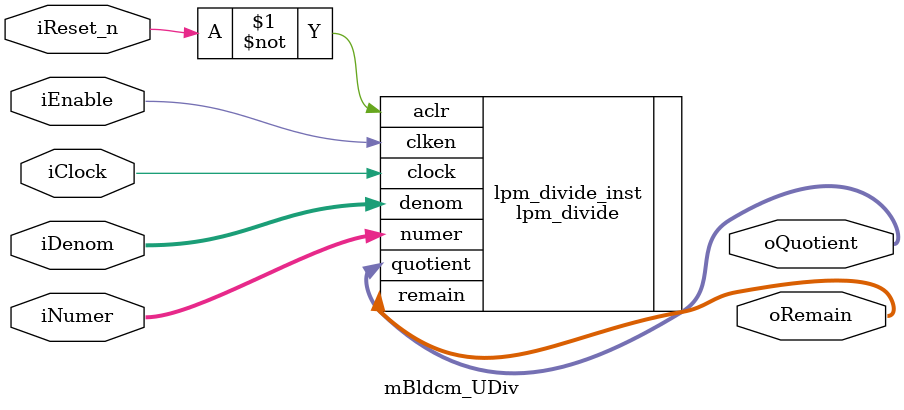
<source format=v>
`ifndef M_BLDCM_ARITHMETIC_V
`define M_BLDCM_ARITHMETIC_V

`default_nettype none

`define MF_BLDCM_CLOG2(x) \
(x <= 32'h000000002) ?  1 : \
(x <= 32'h000000004) ?  2 : \
(x <= 32'h000000008) ?  3 : \
(x <= 32'h000000010) ?  4 : \
(x <= 32'h000000020) ?  5 : \
(x <= 32'h000000040) ?  6 : \
(x <= 32'h000000080) ?  7 : \
(x <= 32'h000000100) ?  8 : \
(x <= 32'h000000200) ?  9 : \
(x <= 32'h000000400) ? 10 : \
(x <= 32'h000000800) ? 11 : \
(x <= 32'h000001000) ? 12 : \
(x <= 32'h000002000) ? 13 : \
(x <= 32'h000004000) ? 14 : \
(x <= 32'h000008000) ? 15 : \
(x <= 32'h000010000) ? 16 : \
(x <= 32'h000020000) ? 17 : \
(x <= 32'h000040000) ? 18 : \
(x <= 32'h000080000) ? 19 : \
(x <= 32'h000100000) ? 20 : \
(x <= 32'h000200000) ? 21 : \
(x <= 32'h000400000) ? 22 : \
(x <= 32'h000800000) ? 23 : \
(x <= 32'h001000000) ? 24 : \
(x <= 32'h002000000) ? 25 : \
(x <= 32'h004000000) ? 26 : \
(x <= 32'h008000000) ? 27 : \
(x <= 32'h010000000) ? 28 : \
(x <= 32'h020000000) ? 29 : \
(x <= 32'h040000000) ? 30 : \
(x <= 32'h080000000) ? 31 : \
(x <= 32'h100000000) ? 32 : \
0


module mBldcm_UDiv #(
	parameter pWidthDenom = 32,
	parameter pWidthNumer = 32,
	parameter pPipelineDepth = 7
) (
	input  wire                   iClock,
	input  wire                   iReset_n,
	input  wire                   iEnable,

	input  wire [pWidthDenom-1:0] iDenom,
	input  wire [pWidthNumer-1:0] iNumer,

	output wire [pWidthNumer-1:0] oQuotient,
	output wire [pWidthNumer-1:0] oRemain
);

	lpm_divide #(
		.lpm_drepresentation("UNSIGNED"),
		.lpm_hint("MAXIMIZE_SPEED=6,LPM_REMAINDERPOSITIVE=TRUE"),
		.lpm_nrepresentation("UNSIGNED"),
		.lpm_pipeline(pPipelineDepth),
		.lpm_type("LPM_DIVIDE"),
		.lpm_widthd(pWidthDenom),
		.lpm_widthn(pWidthNumer)
	) lpm_divide_inst (
		.aclr (~iReset_n),
		.clken (iEnable),
		.clock (iClock),
		.denom (iDenom),
		.numer (iNumer),
		.quotient (oQuotient),
		.remain (oRemain)
	);

endmodule

`default_nettype wire

`endif


</source>
